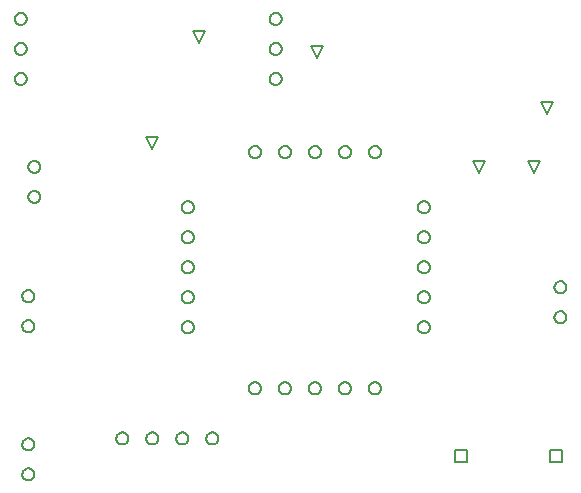
<source format=gbr>
%FSTAX25Y25*%
%MOMM*%
%SFA1B1*%

%IPPOS*%
%ADD53C,0.127000*%
%ADD54C,0.169330*%
%LNdevboard_drawing_1-1*%
%LPD*%
G54D53*
X3958912Y0299199D02*
Y0400799D01*
X4060512*
Y0299199*
X3958912*
X4769197D02*
Y0400799D01*
X4870797*
Y0299199*
X4769197*
X4744999Y3249198D02*
X4694199Y3350798D01*
X4795799*
X4744999Y3249198*
X4627501Y2749199D02*
X4576701Y2850799D01*
X4678301*
X4627501Y2749199*
X1399999Y2949199D02*
X1349199Y3050799D01*
X1450799*
X1399999Y2949199*
X4169707Y2749199D02*
X4118907Y2850799D01*
X4220507*
X4169707Y2749199*
X2794797Y3722448D02*
X2743997Y3824048D01*
X2845597*
X2794797Y3722448*
X1794995Y3849199D02*
X1744195Y3950799D01*
X1845795*
X1794995Y3849199*
G54D54*
X4905801Y1526001D02*
D01*
X4905679Y1529547*
X4905308Y1533072*
X4904691Y1536565*
X4903835Y1540004*
X4902738Y1543377*
X490141Y1546664*
X4899855Y1549852*
X4898082Y1552922*
X4896101Y1555861*
X4893917Y1558655*
X4891544Y1561292*
X4888994Y1563753*
X4886279Y1566034*
X4883409Y1568117*
X4880401Y1569996*
X4877272Y157166*
X4874033Y1573103*
X4870701Y1574317*
X4867292Y1575292*
X4863823Y1576031*
X4860312Y1576524*
X4856774Y1576771*
X4853228*
X4849693Y1576524*
X484618Y1576031*
X4842713Y1575292*
X4839304Y1574317*
X4835972Y1573103*
X4832733Y157166*
X4829601Y1569996*
X4826596Y1568117*
X4823726Y1566034*
X4821011Y1563753*
X4818461Y1561292*
X4816088Y1558655*
X4813904Y1555861*
X481192Y1552922*
X4810147Y1549852*
X4808593Y1546664*
X4807267Y1543377*
X480617Y1540004*
X4805311Y1536565*
X4804697Y1533072*
X4804326Y1529547*
X4804201Y1526001*
X4804326Y1522458*
X4804697Y1518932*
X4805311Y151544*
X480617Y1512001*
X4807267Y1508627*
X4808593Y1505341*
X4810147Y1502153*
X481192Y1499082*
X4813904Y1496143*
X4816088Y1493349*
X4818461Y1490713*
X4821011Y1488252*
X4823726Y1485971*
X4826596Y1483888*
X4829601Y1482008*
X4832733Y1480345*
X4835972Y1478902*
X4839304Y1477688*
X4842713Y1476712*
X484618Y1475973*
X4849693Y147548*
X4853228Y1475234*
X4856774*
X4860312Y147548*
X4863823Y1475973*
X4867292Y1476712*
X4870701Y1477688*
X4874033Y1478902*
X4877272Y1480345*
X4880401Y1482008*
X4883409Y1483888*
X4886279Y1485971*
X4888994Y1488252*
X4891544Y1490713*
X4893917Y1493349*
X4896101Y1496143*
X4898082Y1499082*
X4899855Y1502153*
X490141Y1505341*
X4902738Y1508627*
X4903835Y1512001*
X4904691Y151544*
X4905308Y1518932*
X4905679Y1522458*
X4905801Y1526001*
Y1780001D02*
D01*
X4905679Y1783547*
X4905308Y1787072*
X4904691Y1790565*
X4903835Y1794004*
X4902738Y1797377*
X490141Y1800664*
X4899855Y1803852*
X4898082Y1806922*
X4896101Y1809861*
X4893917Y1812655*
X4891544Y1815292*
X4888994Y1817753*
X4886279Y1820034*
X4883409Y1822117*
X4880401Y1823996*
X4877272Y182566*
X4874033Y1827103*
X4870701Y1828317*
X4867292Y1829292*
X4863823Y1830031*
X4860312Y1830524*
X4856774Y1830771*
X4853228*
X4849693Y1830524*
X484618Y1830031*
X4842713Y1829292*
X4839304Y1828317*
X4835972Y1827103*
X4832733Y182566*
X4829601Y1823996*
X4826596Y1822117*
X4823726Y1820034*
X4821011Y1817753*
X4818461Y1815292*
X4816088Y1812655*
X4813904Y1809861*
X481192Y1806922*
X4810147Y1803852*
X4808593Y1800664*
X4807267Y1797377*
X480617Y1794004*
X4805311Y1790565*
X4804697Y1787072*
X4804326Y1783547*
X4804201Y1780001*
X4804326Y1776458*
X4804697Y1772932*
X4805311Y176944*
X480617Y1766001*
X4807267Y1762627*
X4808593Y1759341*
X4810147Y1756153*
X481192Y1753082*
X4813904Y1750143*
X4816088Y1747349*
X4818461Y1744713*
X4821011Y1742252*
X4823726Y1739971*
X4826596Y1737888*
X4829601Y1736008*
X4832733Y1734345*
X4835972Y1732902*
X4839304Y1731688*
X4842713Y1730712*
X484618Y1729973*
X4849693Y172948*
X4853228Y1729234*
X4856774*
X4860312Y172948*
X4863823Y1729973*
X4867292Y1730712*
X4870701Y1731688*
X4874033Y1732902*
X4877272Y1734345*
X4880401Y1736008*
X4883409Y1737888*
X4886279Y1739971*
X4888994Y1742252*
X4891544Y1744713*
X4893917Y1747349*
X4896101Y1750143*
X4898082Y1753082*
X4899855Y1756153*
X490141Y1759341*
X4902738Y1762627*
X4903835Y1766001*
X4904691Y176944*
X4905308Y1772932*
X4905679Y1776458*
X4905801Y1780001*
X1958799Y0499999D02*
D01*
X1958675Y0503542*
X1958304Y0507067*
X1957689Y051056*
X1956831Y0514002*
X1955733Y0517372*
X1954408Y0520661*
X1952853Y0523847*
X195108Y0526917*
X1949096Y0529859*
X1946912Y0532653*
X194454Y0535287*
X194199Y0537751*
X1939274Y0540029*
X1936404Y0542114*
X1933399Y0543991*
X1930267Y0545658*
X1927029Y05471*
X1923696Y0548312*
X1920288Y054929*
X1916821Y0550026*
X1913308Y0550519*
X1909772Y0550768*
X1906226*
X1902688Y0550519*
X1899178Y0550026*
X1895708Y054929*
X18923Y0548312*
X1888967Y05471*
X1885729Y0545658*
X1882599Y0543991*
X1879592Y0542114*
X1876722Y0540029*
X1874006Y0537751*
X1871456Y0535287*
X1869084Y0532653*
X18669Y0529859*
X1864918Y0526917*
X1863145Y0523847*
X1861591Y0520661*
X1860262Y0517372*
X1859165Y0514002*
X1858309Y051056*
X1857692Y0507067*
X1857321Y0503542*
X1857199Y0499999*
X1857321Y0496455*
X1857692Y0492927*
X1858309Y0489437*
X1859165Y0485995*
X1860262Y0482622*
X1861591Y0479336*
X1863145Y0476148*
X1864918Y047308*
X18669Y0470138*
X1869084Y0467344*
X1871456Y046471*
X1874006Y0462246*
X1876722Y0459968*
X1879592Y0457883*
X1882599Y0456003*
X1885729Y0454339*
X1888967Y0452897*
X18923Y0451685*
X1895708Y0450707*
X1899178Y0449971*
X1902688Y0449475*
X1906226Y0449229*
X1909772*
X1913308Y0449475*
X1916821Y0449971*
X1920288Y0450707*
X1923696Y0451685*
X1927029Y0452897*
X1930267Y0454339*
X1933399Y0456003*
X1936404Y0457883*
X1939274Y0459968*
X194199Y0462246*
X194454Y046471*
X1946912Y0467344*
X1949096Y0470138*
X195108Y047308*
X1952853Y0476148*
X1954408Y0479336*
X1955733Y0482622*
X1956831Y0485995*
X1957689Y0489437*
X1958304Y0492927*
X1958675Y0496455*
X1958799Y0499999*
X1704799D02*
D01*
X1704675Y0503542*
X1704304Y0507067*
X1703689Y051056*
X1702831Y0514002*
X1701733Y0517372*
X1700408Y0520661*
X1698853Y0523847*
X169708Y0526917*
X1695096Y0529859*
X1692912Y0532653*
X169054Y0535287*
X168799Y0537751*
X1685274Y0540029*
X1682404Y0542114*
X1679399Y0543991*
X1676267Y0545658*
X1673029Y05471*
X1669696Y0548312*
X1666288Y054929*
X1662821Y0550026*
X1659308Y0550519*
X1655772Y0550768*
X1652226*
X1648688Y0550519*
X1645178Y0550026*
X1641708Y054929*
X16383Y0548312*
X1634967Y05471*
X1631729Y0545658*
X1628599Y0543991*
X1625592Y0542114*
X1622722Y0540029*
X1620006Y0537751*
X1617456Y0535287*
X1615084Y0532653*
X16129Y0529859*
X1610918Y0526917*
X1609145Y0523847*
X1607591Y0520661*
X1606262Y0517372*
X1605165Y0514002*
X1604309Y051056*
X1603692Y0507067*
X1603321Y0503542*
X1603199Y0499999*
X1603321Y0496455*
X1603692Y0492927*
X1604309Y0489437*
X1605165Y0485995*
X1606262Y0482622*
X1607591Y0479336*
X1609145Y0476148*
X1610918Y047308*
X16129Y0470138*
X1615084Y0467344*
X1617456Y046471*
X1620006Y0462246*
X1622722Y0459968*
X1625592Y0457883*
X1628599Y0456003*
X1631729Y0454339*
X1634967Y0452897*
X16383Y0451685*
X1641708Y0450707*
X1645178Y0449971*
X1648688Y0449475*
X1652226Y0449229*
X1655772*
X1659308Y0449475*
X1662821Y0449971*
X1666288Y0450707*
X1669696Y0451685*
X1673029Y0452897*
X1676267Y0454339*
X1679399Y0456003*
X1682404Y0457883*
X1685274Y0459968*
X168799Y0462246*
X169054Y046471*
X1692912Y0467344*
X1695096Y0470138*
X169708Y047308*
X1698853Y0476148*
X1700408Y0479336*
X1701733Y0482622*
X1702831Y0485995*
X1703689Y0489437*
X1704304Y0492927*
X1704675Y0496455*
X1704799Y0499999*
X1450799D02*
D01*
X1450675Y0503542*
X1450304Y0507067*
X1449689Y051056*
X1448831Y0514002*
X1447733Y0517372*
X1446408Y0520661*
X1444853Y0523847*
X144308Y0526917*
X1441096Y0529859*
X1438912Y0532653*
X143654Y0535287*
X143399Y0537751*
X1431274Y0540029*
X1428404Y0542114*
X1425399Y0543991*
X1422267Y0545658*
X1419029Y05471*
X1415696Y0548312*
X1412288Y054929*
X1408821Y0550026*
X1405308Y0550519*
X1401772Y0550768*
X1398226*
X1394688Y0550519*
X1391178Y0550026*
X1387708Y054929*
X13843Y0548312*
X1380967Y05471*
X1377729Y0545658*
X1374599Y0543991*
X1371592Y0542114*
X1368722Y0540029*
X1366006Y0537751*
X1363456Y0535287*
X1361084Y0532653*
X13589Y0529859*
X1356918Y0526917*
X1355145Y0523847*
X1353591Y0520661*
X1352262Y0517372*
X1351165Y0514002*
X1350309Y051056*
X1349692Y0507067*
X1349321Y0503542*
X1349199Y0499999*
X1349321Y0496455*
X1349692Y0492927*
X1350309Y0489437*
X1351165Y0485995*
X1352262Y0482622*
X1353591Y0479336*
X1355145Y0476148*
X1356918Y047308*
X13589Y0470138*
X1361084Y0467344*
X1363456Y046471*
X1366006Y0462246*
X1368722Y0459968*
X1371592Y0457883*
X1374599Y0456003*
X1377729Y0454339*
X1380967Y0452897*
X13843Y0451685*
X1387708Y0450707*
X1391178Y0449971*
X1394688Y0449475*
X1398226Y0449229*
X1401772*
X1405308Y0449475*
X1408821Y0449971*
X1412288Y0450707*
X1415696Y0451685*
X1419029Y0452897*
X1422267Y0454339*
X1425399Y0456003*
X1428404Y0457883*
X1431274Y0459968*
X143399Y0462246*
X143654Y046471*
X1438912Y0467344*
X1441096Y0470138*
X144308Y047308*
X1444853Y0476148*
X1446408Y0479336*
X1447733Y0482622*
X1448831Y0485995*
X1449689Y0489437*
X1450304Y0492927*
X1450675Y0496455*
X1450799Y0499999*
X1196799D02*
D01*
X1196675Y0503542*
X1196304Y0507067*
X1195689Y051056*
X1194831Y0514002*
X1193733Y0517372*
X1192408Y0520661*
X1190853Y0523847*
X118908Y0526917*
X1187096Y0529859*
X1184912Y0532653*
X118254Y0535287*
X117999Y0537751*
X1177274Y0540029*
X1174404Y0542114*
X1171399Y0543991*
X1168267Y0545658*
X1165029Y05471*
X1161696Y0548312*
X1158288Y054929*
X1154821Y0550026*
X1151308Y0550519*
X1147772Y0550768*
X1144226*
X1140688Y0550519*
X1137178Y0550026*
X1133708Y054929*
X11303Y0548312*
X1126967Y05471*
X1123729Y0545658*
X1120599Y0543991*
X1117592Y0542114*
X1114722Y0540029*
X1112006Y0537751*
X1109456Y0535287*
X1107084Y0532653*
X11049Y0529859*
X1102918Y0526917*
X1101145Y0523847*
X1099591Y0520661*
X1098262Y0517372*
X1097165Y0514002*
X1096309Y051056*
X1095692Y0507067*
X1095321Y0503542*
X1095199Y0499999*
X1095321Y0496455*
X1095692Y0492927*
X1096309Y0489437*
X1097165Y0485995*
X1098262Y0482622*
X1099591Y0479336*
X1101145Y0476148*
X1102918Y047308*
X11049Y0470138*
X1107084Y0467344*
X1109456Y046471*
X1112006Y0462246*
X1114722Y0459968*
X1117592Y0457883*
X1120599Y0456003*
X1123729Y0454339*
X1126967Y0452897*
X11303Y0451685*
X1133708Y0450707*
X1137178Y0449971*
X1140688Y0449475*
X1144226Y0449229*
X1147772*
X1151308Y0449475*
X1154821Y0449971*
X1158288Y0450707*
X1161696Y0451685*
X1165029Y0452897*
X1168267Y0454339*
X1171399Y0456003*
X1174404Y0457883*
X1177274Y0459968*
X117999Y0462246*
X118254Y046471*
X1184912Y0467344*
X1187096Y0470138*
X118908Y047308*
X1190853Y0476148*
X1192408Y0479336*
X1193733Y0482622*
X1194831Y0485995*
X1195689Y0489437*
X1196304Y0492927*
X1196675Y0496455*
X1196799Y0499999*
X0450799Y2799999D02*
D01*
X0450674Y2803542*
X0450303Y2807068*
X0449689Y281056*
X044883Y2813999*
X0447735Y2817373*
X0446407Y2820659*
X0444853Y2823847*
X044308Y2826918*
X0441096Y2829857*
X0438914Y2832651*
X0436542Y2835287*
X0433989Y2837751*
X0431274Y2840029*
X0428406Y2842112*
X0425399Y2843992*
X0422267Y2845658*
X0419028Y2847098*
X0415696Y2848312*
X0412287Y284929*
X040882Y2850027*
X0405307Y285052*
X0401772Y2850769*
X0398226*
X0394688Y285052*
X0391177Y2850027*
X0387708Y284929*
X0384299Y2848312*
X0380969Y2847098*
X0377728Y2845658*
X0374599Y2843992*
X0371591Y2842112*
X0368724Y2840029*
X0366006Y2837751*
X0363456Y2835287*
X0361083Y2832651*
X0358899Y2829857*
X0356918Y2826918*
X0355145Y2823847*
X035359Y2820659*
X0352262Y2817373*
X0351167Y2813999*
X0350309Y281056*
X0349691Y2807068*
X0349323Y2803542*
X0349199Y2799999*
X0349323Y2796456*
X0349691Y2792928*
X0350309Y2789435*
X0351167Y2785996*
X0352262Y2782623*
X035359Y2779336*
X0355145Y2776148*
X0356918Y2773078*
X0358899Y2770139*
X0361083Y2767345*
X0363456Y2764711*
X0366006Y2762247*
X0368724Y2759966*
X0371591Y2757883*
X0374599Y2756004*
X0377728Y275434*
X0380969Y2752897*
X0384299Y2751686*
X0387708Y2750708*
X0391177Y2749971*
X0394688Y2749476*
X0398226Y2749229*
X0401772*
X0405307Y2749476*
X040882Y2749971*
X0412287Y2750708*
X0415696Y2751686*
X0419028Y2752897*
X0422267Y275434*
X0425399Y2756004*
X0428406Y2757883*
X0431274Y2759966*
X0433989Y2762247*
X0436542Y2764711*
X0438914Y2767345*
X0441096Y2770139*
X044308Y2773078*
X0444853Y2776148*
X0446407Y2779336*
X0447735Y2782623*
X044883Y2785996*
X0449689Y2789435*
X0450303Y2792928*
X0450674Y2796456*
X0450799Y2799999*
Y2545999D02*
D01*
X0450674Y2549542*
X0450303Y2553068*
X0449689Y255656*
X044883Y2559999*
X0447735Y2563373*
X0446407Y2566659*
X0444853Y2569847*
X044308Y2572918*
X0441096Y2575857*
X0438914Y2578651*
X0436542Y2581287*
X0433989Y2583751*
X0431274Y2586029*
X0428406Y2588112*
X0425399Y2589992*
X0422267Y2591658*
X0419028Y2593098*
X0415696Y2594312*
X0412287Y259529*
X040882Y2596027*
X0405307Y259652*
X0401772Y2596769*
X0398226*
X0394688Y259652*
X0391177Y2596027*
X0387708Y259529*
X0384299Y2594312*
X0380969Y2593098*
X0377728Y2591658*
X0374599Y2589992*
X0371591Y2588112*
X0368724Y2586029*
X0366006Y2583751*
X0363456Y2581287*
X0361083Y2578651*
X0358899Y2575857*
X0356918Y2572918*
X0355145Y2569847*
X035359Y2566659*
X0352262Y2563373*
X0351167Y2559999*
X0350309Y255656*
X0349691Y2553068*
X0349323Y2549542*
X0349199Y2545999*
X0349323Y2542456*
X0349691Y2538928*
X0350309Y2535435*
X0351167Y2531996*
X0352262Y2528623*
X035359Y2525336*
X0355145Y2522148*
X0356918Y2519078*
X0358899Y2516139*
X0361083Y2513345*
X0363456Y2510711*
X0366006Y2508247*
X0368724Y2505966*
X0371591Y2503883*
X0374599Y2502004*
X0377728Y250034*
X0380969Y2498897*
X0384299Y2497686*
X0387708Y2496708*
X0391177Y2495971*
X0394688Y2495476*
X0398226Y2495229*
X0401772*
X0405307Y2495476*
X040882Y2495971*
X0412287Y2496708*
X0415696Y2497686*
X0419028Y2498897*
X0422267Y250034*
X0425399Y2502004*
X0428406Y2503883*
X0431274Y2505966*
X0433989Y2508247*
X0436542Y2510711*
X0438914Y2513345*
X0441096Y2516139*
X044308Y2519078*
X0444853Y2522148*
X0446407Y2525336*
X0447735Y2528623*
X044883Y2531996*
X0449689Y2535435*
X0450303Y2538928*
X0450674Y2542456*
X0450799Y2545999*
X2495303Y3544999D02*
D01*
X2495179Y3548542*
X2494808Y355207*
X2494193Y355556*
X2493335Y3559002*
X249224Y3562375*
X2490911Y3565662*
X2489357Y3568849*
X2487584Y357192*
X24856Y3574859*
X2483418Y3577653*
X2481046Y3580287*
X2478496Y3582751*
X2475778Y3585029*
X247291Y3587115*
X2469903Y3588994*
X2466771Y3590658*
X2463533Y3592101*
X24602Y3593312*
X2456792Y359429*
X2453325Y3595027*
X2449814Y3595522*
X2446276Y3595768*
X244273*
X2439192Y3595522*
X2435682Y3595027*
X2432215Y359429*
X2428806Y3593312*
X2425473Y3592101*
X2422235Y3590658*
X2419103Y3588994*
X2416096Y3587115*
X2413228Y3585029*
X241051Y3582751*
X240796Y3580287*
X2405588Y3577653*
X2403406Y3574859*
X2401422Y357192*
X2399649Y3568849*
X2398095Y3565662*
X2396766Y3562375*
X2395672Y3559002*
X2394813Y355556*
X2394198Y355207*
X2393828Y3548542*
X2393703Y3544999*
X2393828Y3541455*
X2394198Y353793*
X2394813Y3534437*
X2395672Y3530996*
X2396766Y3527625*
X2398095Y3524336*
X2399649Y3521151*
X2401422Y351808*
X2403406Y3515139*
X2405588Y3512345*
X240796Y3509711*
X241051Y3507247*
X2413228Y3504968*
X2416096Y3502883*
X2419103Y3501006*
X2422235Y349934*
X2425473Y34979*
X2428806Y3496685*
X2432215Y3495708*
X2435682Y3494971*
X2439192Y3494478*
X244273Y3494229*
X2446276*
X2449814Y3494478*
X2453325Y3494971*
X2456792Y3495708*
X24602Y3496685*
X2463533Y34979*
X2466771Y349934*
X2469903Y3501006*
X247291Y3502883*
X2475778Y3504968*
X2478496Y3507247*
X2481046Y3509711*
X2483418Y3512345*
X24856Y3515139*
X2487584Y351808*
X2489357Y3521151*
X2490911Y3524336*
X249224Y3527625*
X2493335Y3530996*
X2494193Y3534437*
X2494808Y353793*
X2495179Y3541455*
X2495303Y3544999*
Y3798999D02*
D01*
X2495179Y3802542*
X2494808Y380607*
X2494193Y380956*
X2493335Y3813002*
X249224Y3816375*
X2490911Y3819662*
X2489357Y3822849*
X2487584Y382592*
X24856Y3828859*
X2483418Y3831653*
X2481046Y3834287*
X2478496Y3836751*
X2475778Y3839029*
X247291Y3841115*
X2469903Y3842994*
X2466771Y3844658*
X2463533Y3846101*
X24602Y3847312*
X2456792Y384829*
X2453325Y3849027*
X2449814Y3849522*
X2446276Y3849768*
X244273*
X2439192Y3849522*
X2435682Y3849027*
X2432215Y384829*
X2428806Y3847312*
X2425473Y3846101*
X2422235Y3844658*
X2419103Y3842994*
X2416096Y3841115*
X2413228Y3839029*
X241051Y3836751*
X240796Y3834287*
X2405588Y3831653*
X2403406Y3828859*
X2401422Y382592*
X2399649Y3822849*
X2398095Y3819662*
X2396766Y3816375*
X2395672Y3813002*
X2394813Y380956*
X2394198Y380607*
X2393828Y3802542*
X2393703Y3798999*
X2393828Y3795455*
X2394198Y379193*
X2394813Y3788437*
X2395672Y3784996*
X2396766Y3781625*
X2398095Y3778336*
X2399649Y3775151*
X2401422Y377208*
X2403406Y3769139*
X2405588Y3766345*
X240796Y3763711*
X241051Y3761247*
X2413228Y3758968*
X2416096Y3756883*
X2419103Y3755006*
X2422235Y375334*
X2425473Y37519*
X2428806Y3750685*
X2432215Y3749708*
X2435682Y3748971*
X2439192Y3748478*
X244273Y3748229*
X2446276*
X2449814Y3748478*
X2453325Y3748971*
X2456792Y3749708*
X24602Y3750685*
X2463533Y37519*
X2466771Y375334*
X2469903Y3755006*
X247291Y3756883*
X2475778Y3758968*
X2478496Y3761247*
X2481046Y3763711*
X2483418Y3766345*
X24856Y3769139*
X2487584Y377208*
X2489357Y3775151*
X2490911Y3778336*
X249224Y3781625*
X2493335Y3784996*
X2494193Y3788437*
X2494808Y379193*
X2495179Y3795455*
X2495303Y3798999*
Y4052999D02*
D01*
X2495179Y4056542*
X2494808Y406007*
X2494193Y406356*
X2493335Y4067002*
X249224Y4070375*
X2490911Y4073662*
X2489357Y4076849*
X2487584Y407992*
X24856Y4082859*
X2483418Y4085653*
X2481046Y4088287*
X2478496Y4090751*
X2475778Y4093029*
X247291Y4095115*
X2469903Y4096994*
X2466771Y4098658*
X2463533Y4100101*
X24602Y4101312*
X2456792Y410229*
X2453325Y4103027*
X2449814Y4103522*
X2446276Y4103768*
X244273*
X2439192Y4103522*
X2435682Y4103027*
X2432215Y410229*
X2428806Y4101312*
X2425473Y4100101*
X2422235Y4098658*
X2419103Y4096994*
X2416096Y4095115*
X2413228Y4093029*
X241051Y4090751*
X240796Y4088287*
X2405588Y4085653*
X2403406Y4082859*
X2401422Y407992*
X2399649Y4076849*
X2398095Y4073662*
X2396766Y4070375*
X2395672Y4067002*
X2394813Y406356*
X2394198Y406007*
X2393828Y4056542*
X2393703Y4052999*
X2393828Y4049455*
X2394198Y404593*
X2394813Y4042437*
X2395672Y4038996*
X2396766Y4035625*
X2398095Y4032336*
X2399649Y4029151*
X2401422Y402608*
X2403406Y4023139*
X2405588Y4020345*
X240796Y4017711*
X241051Y4015247*
X2413228Y4012968*
X2416096Y4010883*
X2419103Y4009006*
X2422235Y400734*
X2425473Y40059*
X2428806Y4004685*
X2432215Y4003708*
X2435682Y4002971*
X2439192Y4002478*
X244273Y4002229*
X2446276*
X2449814Y4002478*
X2453325Y4002971*
X2456792Y4003708*
X24602Y4004685*
X2463533Y40059*
X2466771Y400734*
X2469903Y4009006*
X247291Y4010883*
X2475778Y4012968*
X2478496Y4015247*
X2481046Y4017711*
X2483418Y4020345*
X24856Y4023139*
X2487584Y402608*
X2489357Y4029151*
X2490911Y4032336*
X249224Y4035625*
X2493335Y4038996*
X2494193Y4042437*
X2494808Y404593*
X2495179Y4049455*
X2495303Y4052999*
X0400799Y1449999D02*
D01*
X0400674Y1453542*
X0400304Y1457068*
X0399689Y146056*
X039883Y1464*
X0397736Y1467373*
X0396407Y147066*
X0394853Y1473847*
X039308Y1476918*
X0391096Y1479857*
X0388914Y1482651*
X0386542Y1485287*
X0383989Y1487751*
X0381274Y149003*
X0378406Y1492112*
X0375399Y1493992*
X0372267Y1495658*
X0369028Y1497098*
X0365696Y1498312*
X0362287Y149929*
X035882Y1500027*
X0355307Y150052*
X0351772Y1500766*
X0348226*
X0344688Y150052*
X0341177Y1500027*
X0337708Y149929*
X0334299Y1498312*
X0330969Y1497098*
X0327728Y1495658*
X0324599Y1493992*
X0321591Y1492112*
X0318724Y149003*
X0316006Y1487751*
X0313456Y1485287*
X0311083Y1482651*
X0308899Y1479857*
X0306918Y1476918*
X0305145Y1473847*
X030359Y147066*
X0302262Y1467373*
X0301167Y1464*
X0300309Y146056*
X0299692Y1457068*
X0299321Y1453542*
X0299199Y1449999*
X0299321Y1446456*
X0299692Y1442928*
X0300309Y1439435*
X0301167Y1435996*
X0302262Y1432623*
X030359Y1429336*
X0305145Y1426149*
X0306918Y1423078*
X0308899Y1420139*
X0311083Y1417345*
X0313456Y1414708*
X0316006Y1412247*
X0318724Y1409966*
X0321591Y1407883*
X0324599Y1406004*
X0327728Y140434*
X0330969Y1402897*
X0334299Y1401686*
X0337708Y1400708*
X0341177Y1399969*
X0344688Y1399476*
X0348226Y139923*
X0351772*
X0355307Y1399476*
X035882Y1399969*
X0362287Y1400708*
X0365696Y1401686*
X0369028Y1402897*
X0372267Y140434*
X0375399Y1406004*
X0378406Y1407883*
X0381274Y1409966*
X0383989Y1412247*
X0386542Y1414708*
X0388914Y1417345*
X0391096Y1420139*
X039308Y1423078*
X0394853Y1426149*
X0396407Y1429336*
X0397736Y1432623*
X039883Y1435996*
X0399689Y1439435*
X0400304Y1442928*
X0400674Y1446456*
X0400799Y1449999*
Y1703999D02*
D01*
X0400674Y1707542*
X0400304Y1711068*
X0399689Y171456*
X039883Y1718*
X0397736Y1721373*
X0396407Y172466*
X0394853Y1727847*
X039308Y1730918*
X0391096Y1733857*
X0388914Y1736651*
X0386542Y1739287*
X0383989Y1741751*
X0381274Y174403*
X0378406Y1746112*
X0375399Y1747992*
X0372267Y1749658*
X0369028Y1751098*
X0365696Y1752312*
X0362287Y175329*
X035882Y1754027*
X0355307Y175452*
X0351772Y1754766*
X0348226*
X0344688Y175452*
X0341177Y1754027*
X0337708Y175329*
X0334299Y1752312*
X0330969Y1751098*
X0327728Y1749658*
X0324599Y1747992*
X0321591Y1746112*
X0318724Y174403*
X0316006Y1741751*
X0313456Y1739287*
X0311083Y1736651*
X0308899Y1733857*
X0306918Y1730918*
X0305145Y1727847*
X030359Y172466*
X0302262Y1721373*
X0301167Y1718*
X0300309Y171456*
X0299692Y1711068*
X0299321Y1707542*
X0299199Y1703999*
X0299321Y1700456*
X0299692Y1696928*
X0300309Y1693435*
X0301167Y1689996*
X0302262Y1686623*
X030359Y1683336*
X0305145Y1680149*
X0306918Y1677078*
X0308899Y1674139*
X0311083Y1671345*
X0313456Y1668708*
X0316006Y1666247*
X0318724Y1663966*
X0321591Y1661883*
X0324599Y1660004*
X0327728Y165834*
X0330969Y1656897*
X0334299Y1655686*
X0337708Y1654708*
X0341177Y1653969*
X0344688Y1653476*
X0348226Y165323*
X0351772*
X0355307Y1653476*
X035882Y1653969*
X0362287Y1654708*
X0365696Y1655686*
X0369028Y1656897*
X0372267Y165834*
X0375399Y1660004*
X0378406Y1661883*
X0381274Y1663966*
X0383989Y1666247*
X0386542Y1668708*
X0388914Y1671345*
X0391096Y1674139*
X039308Y1677078*
X0394853Y1680149*
X0396407Y1683336*
X0397736Y1686623*
X039883Y1689996*
X0399689Y1693435*
X0400304Y1696928*
X0400674Y1700456*
X0400799Y1703999*
Y0195999D02*
D01*
X0400674Y0199542*
X0400304Y0203067*
X0399689Y020656*
X039883Y0210002*
X0397736Y0213372*
X0396407Y0216662*
X0394853Y0219847*
X039308Y0222918*
X0391096Y0225859*
X0388914Y0228653*
X0386542Y0231287*
X0383989Y0233751*
X0381274Y0236029*
X0378406Y0238114*
X0375399Y0239991*
X0372267Y0241658*
X0369028Y02431*
X0365696Y0244312*
X0362287Y024529*
X035882Y0246026*
X0355307Y0246519*
X0351772Y0246768*
X0348226*
X0344688Y0246519*
X0341177Y0246026*
X0337708Y024529*
X0334299Y0244312*
X0330969Y02431*
X0327728Y0241658*
X0324599Y0239991*
X0321591Y0238114*
X0318724Y0236029*
X0316006Y0233751*
X0313456Y0231287*
X0311083Y0228653*
X0308899Y0225859*
X0306918Y0222918*
X0305145Y0219847*
X030359Y0216662*
X0302262Y0213372*
X0301167Y0210002*
X0300309Y020656*
X0299692Y0203067*
X0299321Y0199542*
X0299199Y0195999*
X0299321Y0192455*
X0299692Y0188927*
X0300309Y0185437*
X0301167Y0181996*
X0302262Y0178622*
X030359Y0175336*
X0305145Y0172148*
X0306918Y0169077*
X0308899Y0166138*
X0311083Y0163344*
X0313456Y016071*
X0316006Y0158247*
X0318724Y0155968*
X0321591Y0153883*
X0324599Y0152003*
X0327728Y015034*
X0330969Y0148897*
X0334299Y0147685*
X0337708Y0146707*
X0341177Y0145971*
X0344688Y0145475*
X0348226Y0145229*
X0351772*
X0355307Y0145475*
X035882Y0145971*
X0362287Y0146707*
X0365696Y0147685*
X0369028Y0148897*
X0372267Y015034*
X0375399Y0152003*
X0378406Y0153883*
X0381274Y0155968*
X0383989Y0158247*
X0386542Y016071*
X0388914Y0163344*
X0391096Y0166138*
X039308Y0169077*
X0394853Y0172148*
X0396407Y0175336*
X0397736Y0178622*
X039883Y0181996*
X0399689Y0185437*
X0400304Y0188927*
X0400674Y0192455*
X0400799Y0195999*
Y0449999D02*
D01*
X0400674Y0453542*
X0400304Y0457067*
X0399689Y046056*
X039883Y0464002*
X0397736Y0467372*
X0396407Y0470662*
X0394853Y0473847*
X039308Y0476918*
X0391096Y0479859*
X0388914Y0482653*
X0386542Y0485287*
X0383989Y0487751*
X0381274Y0490029*
X0378406Y0492114*
X0375399Y0493991*
X0372267Y0495658*
X0369028Y04971*
X0365696Y0498312*
X0362287Y049929*
X035882Y0500026*
X0355307Y0500519*
X0351772Y0500768*
X0348226*
X0344688Y0500519*
X0341177Y0500026*
X0337708Y049929*
X0334299Y0498312*
X0330969Y04971*
X0327728Y0495658*
X0324599Y0493991*
X0321591Y0492114*
X0318724Y0490029*
X0316006Y0487751*
X0313456Y0485287*
X0311083Y0482653*
X0308899Y0479859*
X0306918Y0476918*
X0305145Y0473847*
X030359Y0470662*
X0302262Y0467372*
X0301167Y0464002*
X0300309Y046056*
X0299692Y0457067*
X0299321Y0453542*
X0299199Y0449999*
X0299321Y0446455*
X0299692Y0442927*
X0300309Y0439437*
X0301167Y0435996*
X0302262Y0432622*
X030359Y0429336*
X0305145Y0426148*
X0306918Y0423077*
X0308899Y0420138*
X0311083Y0417344*
X0313456Y041471*
X0316006Y0412247*
X0318724Y0409968*
X0321591Y0407883*
X0324599Y0406003*
X0327728Y040434*
X0330969Y0402897*
X0334299Y0401685*
X0337708Y0400707*
X0341177Y0399971*
X0344688Y0399475*
X0348226Y0399229*
X0351772*
X0355307Y0399475*
X035882Y0399971*
X0362287Y0400707*
X0365696Y0401685*
X0369028Y0402897*
X0372267Y040434*
X0375399Y0406003*
X0378406Y0407883*
X0381274Y0409968*
X0383989Y0412247*
X0386542Y041471*
X0388914Y0417344*
X0391096Y0420138*
X039308Y0423077*
X0394853Y0426148*
X0396407Y0429336*
X0397736Y0432622*
X039883Y0435996*
X0399689Y0439437*
X0400304Y0442927*
X0400674Y0446455*
X0400799Y0449999*
X0337799Y3544999D02*
D01*
X0337675Y3548542*
X0337304Y355207*
X0336689Y355556*
X0335831Y3559002*
X0334733Y3562375*
X0333408Y3565662*
X0331853Y3568849*
X033008Y357192*
X0328096Y3574859*
X0325915Y3577653*
X032354Y3580287*
X0320989Y3582751*
X0318274Y3585029*
X0315404Y3587115*
X0312399Y3588994*
X0309267Y3590658*
X0306029Y3592101*
X0302696Y3593312*
X0299288Y359429*
X0295821Y3595027*
X0292308Y3595522*
X0288772Y3595768*
X0285226*
X0281688Y3595522*
X0278178Y3595027*
X0274708Y359429*
X0271299Y3593312*
X0267967Y3592101*
X0264728Y3590658*
X0261599Y3588994*
X0258592Y3587115*
X0255722Y3585029*
X0253006Y3582751*
X0250456Y3580287*
X0248084Y3577653*
X0245899Y3574859*
X0243918Y357192*
X0242145Y3568849*
X0240591Y3565662*
X0239262Y3562375*
X0238165Y3559002*
X0237309Y355556*
X0236692Y355207*
X0236321Y3548542*
X0236199Y3544999*
X0236321Y3541455*
X0236692Y353793*
X0237309Y3534437*
X0238165Y3530996*
X0239262Y3527625*
X0240591Y3524336*
X0242145Y3521151*
X0243918Y351808*
X0245899Y3515139*
X0248084Y3512345*
X0250456Y3509711*
X0253006Y3507247*
X0255722Y3504968*
X0258592Y3502883*
X0261599Y3501006*
X0264728Y349934*
X0267967Y34979*
X0271299Y3496685*
X0274708Y3495708*
X0278178Y3494971*
X0281688Y3494478*
X0285226Y3494229*
X0288772*
X0292308Y3494478*
X0295821Y3494971*
X0299288Y3495708*
X0302696Y3496685*
X0306029Y34979*
X0309267Y349934*
X0312399Y3501006*
X0315404Y3502883*
X0318274Y3504968*
X0320989Y3507247*
X032354Y3509711*
X0325915Y3512345*
X0328096Y3515139*
X033008Y351808*
X0331853Y3521151*
X0333408Y3524336*
X0334733Y3527625*
X0335831Y3530996*
X0336689Y3534437*
X0337304Y353793*
X0337675Y3541455*
X0337799Y3544999*
Y3798999D02*
D01*
X0337675Y3802542*
X0337304Y380607*
X0336689Y380956*
X0335831Y3813002*
X0334733Y3816375*
X0333408Y3819662*
X0331853Y3822849*
X033008Y382592*
X0328096Y3828859*
X0325915Y3831653*
X032354Y3834287*
X0320989Y3836751*
X0318274Y3839029*
X0315404Y3841115*
X0312399Y3842994*
X0309267Y3844658*
X0306029Y3846101*
X0302696Y3847312*
X0299288Y384829*
X0295821Y3849027*
X0292308Y3849522*
X0288772Y3849768*
X0285226*
X0281688Y3849522*
X0278178Y3849027*
X0274708Y384829*
X0271299Y3847312*
X0267967Y3846101*
X0264728Y3844658*
X0261599Y3842994*
X0258592Y3841115*
X0255722Y3839029*
X0253006Y3836751*
X0250456Y3834287*
X0248084Y3831653*
X0245899Y3828859*
X0243918Y382592*
X0242145Y3822849*
X0240591Y3819662*
X0239262Y3816375*
X0238165Y3813002*
X0237309Y380956*
X0236692Y380607*
X0236321Y3802542*
X0236199Y3798999*
X0236321Y3795455*
X0236692Y379193*
X0237309Y3788437*
X0238165Y3784996*
X0239262Y3781625*
X0240591Y3778336*
X0242145Y3775151*
X0243918Y377208*
X0245899Y3769139*
X0248084Y3766345*
X0250456Y3763711*
X0253006Y3761247*
X0255722Y3758968*
X0258592Y3756883*
X0261599Y3755006*
X0264728Y375334*
X0267967Y37519*
X0271299Y3750685*
X0274708Y3749708*
X0278178Y3748971*
X0281688Y3748478*
X0285226Y3748229*
X0288772*
X0292308Y3748478*
X0295821Y3748971*
X0299288Y3749708*
X0302696Y3750685*
X0306029Y37519*
X0309267Y375334*
X0312399Y3755006*
X0315404Y3756883*
X0318274Y3758968*
X0320989Y3761247*
X032354Y3763711*
X0325915Y3766345*
X0328096Y3769139*
X033008Y377208*
X0331853Y3775151*
X0333408Y3778336*
X0334733Y3781625*
X0335831Y3784996*
X0336689Y3788437*
X0337304Y379193*
X0337675Y3795455*
X0337799Y3798999*
Y4052999D02*
D01*
X0337675Y4056542*
X0337304Y406007*
X0336689Y406356*
X0335831Y4067002*
X0334733Y4070375*
X0333408Y4073662*
X0331853Y4076849*
X033008Y407992*
X0328096Y4082859*
X0325915Y4085653*
X032354Y4088287*
X0320989Y4090751*
X0318274Y4093029*
X0315404Y4095115*
X0312399Y4096994*
X0309267Y4098658*
X0306029Y4100101*
X0302696Y4101312*
X0299288Y410229*
X0295821Y4103027*
X0292308Y4103522*
X0288772Y4103768*
X0285226*
X0281688Y4103522*
X0278178Y4103027*
X0274708Y410229*
X0271299Y4101312*
X0267967Y4100101*
X0264728Y4098658*
X0261599Y4096994*
X0258592Y4095115*
X0255722Y4093029*
X0253006Y4090751*
X0250456Y4088287*
X0248084Y4085653*
X0245899Y4082859*
X0243918Y407992*
X0242145Y4076849*
X0240591Y4073662*
X0239262Y4070375*
X0238165Y4067002*
X0237309Y406356*
X0236692Y406007*
X0236321Y4056542*
X0236199Y4052999*
X0236321Y4049455*
X0236692Y404593*
X0237309Y4042437*
X0238165Y4038996*
X0239262Y4035625*
X0240591Y4032336*
X0242145Y4029151*
X0243918Y402608*
X0245899Y4023139*
X0248084Y4020345*
X0250456Y4017711*
X0253006Y4015247*
X0255722Y4012968*
X0258592Y4010883*
X0261599Y4009006*
X0264728Y400734*
X0267967Y40059*
X0271299Y4004685*
X0274708Y4003708*
X0278178Y4002971*
X0281688Y4002478*
X0285226Y4002229*
X0288772*
X0292308Y4002478*
X0295821Y4002971*
X0299288Y4003708*
X0302696Y4004685*
X0306029Y40059*
X0309267Y400734*
X0312399Y4009006*
X0315404Y4010883*
X0318274Y4012968*
X0320989Y4015247*
X032354Y4017711*
X0325915Y4020345*
X0328096Y4023139*
X033008Y402608*
X0331853Y4029151*
X0333408Y4032336*
X0334733Y4035625*
X0335831Y4038996*
X0336689Y4042437*
X0337304Y404593*
X0337675Y4049455*
X0337799Y4052999*
X3335497Y2925297D02*
D01*
X3335375Y2928843*
X3335004Y2932369*
X3334387Y2935861*
X3333531Y29393*
X3332434Y2942673*
X3331105Y294596*
X3329551Y2949148*
X3327778Y2952219*
X3325797Y2955157*
X3323612Y2957951*
X332124Y2960588*
X331869Y2963049*
X3315975Y296533*
X3313104Y2967413*
X3310097Y2969293*
X3306968Y2970956*
X3303729Y2972399*
X3300397Y2973613*
X3296988Y2974588*
X3293518Y2975328*
X3290008Y297582*
X328647Y2976067*
X3282924*
X3279388Y297582*
X3275878Y2975328*
X3272409Y2974588*
X3269Y2973613*
X3265667Y2972399*
X3262429Y2970956*
X3259297Y2969293*
X3256292Y2967413*
X3253422Y296533*
X3250707Y2963049*
X3248157Y2960588*
X3245784Y2957951*
X32436Y2955157*
X3241619Y2952219*
X3239846Y2949148*
X3238291Y294596*
X3236963Y2942673*
X3235866Y29393*
X323501Y2935861*
X3234392Y2932369*
X3234021Y2928843*
X3233897Y2925297*
X3234021Y2921754*
X3234392Y2918228*
X323501Y2914736*
X3235866Y2911297*
X3236963Y2907924*
X3238291Y2904637*
X3239846Y2901449*
X3241619Y2898378*
X32436Y2895439*
X3245784Y2892645*
X3248157Y2890009*
X3250707Y2887548*
X3253422Y2885267*
X3256292Y2883184*
X3259297Y2881304*
X3262429Y2879641*
X3265667Y2878198*
X3269Y2876984*
X3272409Y2876006*
X3275878Y2875269*
X3279388Y2874777*
X3282924Y287453*
X328647*
X3290008Y2874777*
X3293518Y2875269*
X3296988Y2876006*
X3300397Y2876984*
X3303729Y2878198*
X3306968Y2879641*
X3310097Y2881304*
X3313104Y2883184*
X3315975Y2885267*
X331869Y2887548*
X332124Y2890009*
X3323612Y2892645*
X3325797Y2895439*
X3327778Y2898378*
X3329551Y2901449*
X3331105Y2904637*
X3332434Y2907924*
X3333531Y2911297*
X3334387Y2914736*
X3335004Y2918228*
X3335375Y2921754*
X3335497Y2925297*
X3081497D02*
D01*
X3081375Y2928843*
X3081004Y2932369*
X3080387Y2935861*
X3079531Y29393*
X3078434Y2942673*
X3077105Y294596*
X3075551Y2949148*
X3073778Y2952219*
X3071797Y2955157*
X3069612Y2957951*
X306724Y2960588*
X306469Y2963049*
X3061975Y296533*
X3059104Y2967413*
X3056097Y2969293*
X3052968Y2970956*
X3049729Y2972399*
X3046397Y2973613*
X3042988Y2974588*
X3039518Y2975328*
X3036008Y297582*
X303247Y2976067*
X3028924*
X3025388Y297582*
X3021878Y2975328*
X3018409Y2974588*
X3015Y2973613*
X3011667Y2972399*
X3008429Y2970956*
X3005297Y2969293*
X3002292Y2967413*
X2999422Y296533*
X2996707Y2963049*
X2994157Y2960588*
X2991784Y2957951*
X29896Y2955157*
X2987619Y2952219*
X2985846Y2949148*
X2984291Y294596*
X2982963Y2942673*
X2981866Y29393*
X298101Y2935861*
X2980392Y2932369*
X2980021Y2928843*
X2979897Y2925297*
X2980021Y2921754*
X2980392Y2918228*
X298101Y2914736*
X2981866Y2911297*
X2982963Y2907924*
X2984291Y2904637*
X2985846Y2901449*
X2987619Y2898378*
X29896Y2895439*
X2991784Y2892645*
X2994157Y2890009*
X2996707Y2887548*
X2999422Y2885267*
X3002292Y2883184*
X3005297Y2881304*
X3008429Y2879641*
X3011667Y2878198*
X3015Y2876984*
X3018409Y2876006*
X3021878Y2875269*
X3025388Y2874777*
X3028924Y287453*
X303247*
X3036008Y2874777*
X3039518Y2875269*
X3042988Y2876006*
X3046397Y2876984*
X3049729Y2878198*
X3052968Y2879641*
X3056097Y2881304*
X3059104Y2883184*
X3061975Y2885267*
X306469Y2887548*
X306724Y2890009*
X3069612Y2892645*
X3071797Y2895439*
X3073778Y2898378*
X3075551Y2901449*
X3077105Y2904637*
X3078434Y2907924*
X3079531Y2911297*
X3080387Y2914736*
X3081004Y2918228*
X3081375Y2921754*
X3081497Y2925297*
X2827497D02*
D01*
X2827375Y2928843*
X2827004Y2932369*
X2826387Y2935861*
X2825531Y29393*
X2824434Y2942673*
X2823105Y294596*
X2821551Y2949148*
X2819778Y2952219*
X2817797Y2955157*
X2815612Y2957951*
X281324Y2960588*
X281069Y2963049*
X2807975Y296533*
X2805104Y2967413*
X2802097Y2969293*
X2798968Y2970956*
X2795729Y2972399*
X2792397Y2973613*
X2788988Y2974588*
X2785518Y2975328*
X2782008Y297582*
X277847Y2976067*
X2774924*
X2771388Y297582*
X2767878Y2975328*
X2764409Y2974588*
X2761Y2973613*
X2757667Y2972399*
X2754429Y2970956*
X2751297Y2969293*
X2748292Y2967413*
X2745422Y296533*
X2742707Y2963049*
X2740157Y2960588*
X2737784Y2957951*
X27356Y2955157*
X2733619Y2952219*
X2731846Y2949148*
X2730291Y294596*
X2728963Y2942673*
X2727866Y29393*
X272701Y2935861*
X2726392Y2932369*
X2726021Y2928843*
X2725897Y2925297*
X2726021Y2921754*
X2726392Y2918228*
X272701Y2914736*
X2727866Y2911297*
X2728963Y2907924*
X2730291Y2904637*
X2731846Y2901449*
X2733619Y2898378*
X27356Y2895439*
X2737784Y2892645*
X2740157Y2890009*
X2742707Y2887548*
X2745422Y2885267*
X2748292Y2883184*
X2751297Y2881304*
X2754429Y2879641*
X2757667Y2878198*
X2761Y2876984*
X2764409Y2876006*
X2767878Y2875269*
X2771388Y2874777*
X2774924Y287453*
X277847*
X2782008Y2874777*
X2785518Y2875269*
X2788988Y2876006*
X2792397Y2876984*
X2795729Y2878198*
X2798968Y2879641*
X2802097Y2881304*
X2805104Y2883184*
X2807975Y2885267*
X281069Y2887548*
X281324Y2890009*
X2815612Y2892645*
X2817797Y2895439*
X2819778Y2898378*
X2821551Y2901449*
X2823105Y2904637*
X2824434Y2907924*
X2825531Y2911297*
X2826387Y2914736*
X2827004Y2918228*
X2827375Y2921754*
X2827497Y2925297*
X2573497D02*
D01*
X2573375Y2928843*
X2573004Y2932369*
X2572387Y2935861*
X2571531Y29393*
X2570434Y2942673*
X2569105Y294596*
X2567551Y2949148*
X2565778Y2952219*
X2563797Y2955157*
X2561612Y2957951*
X255924Y2960588*
X255669Y2963049*
X2553975Y296533*
X2551104Y2967413*
X2548097Y2969293*
X2544968Y2970956*
X2541729Y2972399*
X2538397Y2973613*
X2534988Y2974588*
X2531518Y2975328*
X2528008Y297582*
X252447Y2976067*
X2520924*
X2517388Y297582*
X2513878Y2975328*
X2510409Y2974588*
X2507Y2973613*
X2503667Y2972399*
X2500429Y2970956*
X2497297Y2969293*
X2494292Y2967413*
X2491422Y296533*
X2488707Y2963049*
X2486157Y2960588*
X2483784Y2957951*
X24816Y2955157*
X2479619Y2952219*
X2477846Y2949148*
X2476291Y294596*
X2474963Y2942673*
X2473866Y29393*
X247301Y2935861*
X2472392Y2932369*
X2472021Y2928843*
X2471897Y2925297*
X2472021Y2921754*
X2472392Y2918228*
X247301Y2914736*
X2473866Y2911297*
X2474963Y2907924*
X2476291Y2904637*
X2477846Y2901449*
X2479619Y2898378*
X24816Y2895439*
X2483784Y2892645*
X2486157Y2890009*
X2488707Y2887548*
X2491422Y2885267*
X2494292Y2883184*
X2497297Y2881304*
X2500429Y2879641*
X2503667Y2878198*
X2507Y2876984*
X2510409Y2876006*
X2513878Y2875269*
X2517388Y2874777*
X2520924Y287453*
X252447*
X2528008Y2874777*
X2531518Y2875269*
X2534988Y2876006*
X2538397Y2876984*
X2541729Y2878198*
X2544968Y2879641*
X2548097Y2881304*
X2551104Y2883184*
X2553975Y2885267*
X255669Y2887548*
X255924Y2890009*
X2561612Y2892645*
X2563797Y2895439*
X2565778Y2898378*
X2567551Y2901449*
X2569105Y2904637*
X2570434Y2907924*
X2571531Y2911297*
X2572387Y2914736*
X2573004Y2918228*
X2573375Y2921754*
X2573497Y2925297*
X2319497D02*
D01*
X2319375Y2928843*
X2319004Y2932369*
X2318387Y2935861*
X2317531Y29393*
X2316434Y2942673*
X2315105Y294596*
X2313551Y2949148*
X2311778Y2952219*
X2309797Y2955157*
X2307612Y2957951*
X230524Y2960588*
X230269Y2963049*
X2299975Y296533*
X2297104Y2967413*
X2294097Y2969293*
X2290968Y2970956*
X2287729Y2972399*
X2284397Y2973613*
X2280988Y2974588*
X2277518Y2975328*
X2274008Y297582*
X227047Y2976067*
X2266924*
X2263388Y297582*
X2259878Y2975328*
X2256409Y2974588*
X2253Y2973613*
X2249667Y2972399*
X2246429Y2970956*
X2243297Y2969293*
X2240292Y2967413*
X2237422Y296533*
X2234707Y2963049*
X2232157Y2960588*
X2229784Y2957951*
X22276Y2955157*
X2225619Y2952219*
X2223846Y2949148*
X2222291Y294596*
X2220963Y2942673*
X2219866Y29393*
X221901Y2935861*
X2218392Y2932369*
X2218021Y2928843*
X2217897Y2925297*
X2218021Y2921754*
X2218392Y2918228*
X221901Y2914736*
X2219866Y2911297*
X2220963Y2907924*
X2222291Y2904637*
X2223846Y2901449*
X2225619Y2898378*
X22276Y2895439*
X2229784Y2892645*
X2232157Y2890009*
X2234707Y2887548*
X2237422Y2885267*
X2240292Y2883184*
X2243297Y2881304*
X2246429Y2879641*
X2249667Y2878198*
X2253Y2876984*
X2256409Y2876006*
X2259878Y2875269*
X2263388Y2874777*
X2266924Y287453*
X227047*
X2274008Y2874777*
X2277518Y2875269*
X2280988Y2876006*
X2284397Y2876984*
X2287729Y2878198*
X2290968Y2879641*
X2294097Y2881304*
X2297104Y2883184*
X2299975Y2885267*
X230269Y2887548*
X230524Y2890009*
X2307612Y2892645*
X2309797Y2895439*
X2311778Y2898378*
X2313551Y2901449*
X2315105Y2904637*
X2316434Y2907924*
X2317531Y2911297*
X2318387Y2914736*
X2319004Y2918228*
X2319375Y2921754*
X2319497Y2925297*
X1750799Y1441998D02*
D01*
X1750674Y1445541*
X1750303Y1449067*
X1749689Y1452559*
X174883Y1456001*
X1747735Y1459372*
X1746407Y1462661*
X1744853Y1465846*
X174308Y1468917*
X1741096Y1471858*
X1738914Y1474652*
X1736542Y1477286*
X1733989Y147975*
X1731274Y1482029*
X1728406Y1484114*
X1725399Y1485993*
X1722267Y1487657*
X1719028Y14891*
X1715696Y1490311*
X1712287Y1491289*
X170882Y1492026*
X1705307Y1492519*
X1701772Y1492768*
X1698226*
X1694688Y1492519*
X1691177Y1492026*
X1687708Y1491289*
X1684299Y1490311*
X1680969Y14891*
X1677728Y1487657*
X1674599Y1485993*
X1671591Y1484114*
X1668724Y1482029*
X1666006Y147975*
X1663456Y1477286*
X1661083Y1474652*
X1658899Y1471858*
X1656918Y1468917*
X1655145Y1465846*
X165359Y1462661*
X1652262Y1459372*
X1651167Y1456001*
X1650309Y1452559*
X1649691Y1449067*
X1649323Y1445541*
X1649199Y1441998*
X1649323Y1438455*
X1649691Y1434929*
X1650309Y1431437*
X1651167Y1427995*
X1652262Y1424625*
X165359Y1421335*
X1655145Y141815*
X1656918Y1415079*
X1658899Y1412138*
X1661083Y1409344*
X1663456Y140671*
X1666006Y1404246*
X1668724Y1401968*
X1671591Y1399882*
X1674599Y1398005*
X1677728Y1396339*
X1680969Y1394896*
X1684299Y1393685*
X1687708Y1392707*
X1691177Y139197*
X1694688Y1391478*
X1698226Y1391229*
X1701772*
X1705307Y1391478*
X170882Y139197*
X1712287Y1392707*
X1715696Y1393685*
X1719028Y1394896*
X1722267Y1396339*
X1725399Y1398005*
X1728406Y1399882*
X1731274Y1401968*
X1733989Y1404246*
X1736542Y140671*
X1738914Y1409344*
X1741096Y1412138*
X174308Y1415079*
X1744853Y141815*
X1746407Y1421335*
X1747735Y1424625*
X174883Y1427995*
X1749689Y1431437*
X1750303Y1434929*
X1750674Y1438455*
X1750799Y1441998*
Y1695998D02*
D01*
X1750674Y1699541*
X1750303Y1703067*
X1749689Y1706559*
X174883Y1710001*
X1747735Y1713372*
X1746407Y1716661*
X1744853Y1719846*
X174308Y1722917*
X1741096Y1725858*
X1738914Y1728652*
X1736542Y1731286*
X1733989Y173375*
X1731274Y1736029*
X1728406Y1738114*
X1725399Y1739993*
X1722267Y1741657*
X1719028Y17431*
X1715696Y1744311*
X1712287Y1745289*
X170882Y1746026*
X1705307Y1746519*
X1701772Y1746768*
X1698226*
X1694688Y1746519*
X1691177Y1746026*
X1687708Y1745289*
X1684299Y1744311*
X1680969Y17431*
X1677728Y1741657*
X1674599Y1739993*
X1671591Y1738114*
X1668724Y1736029*
X1666006Y173375*
X1663456Y1731286*
X1661083Y1728652*
X1658899Y1725858*
X1656918Y1722917*
X1655145Y1719846*
X165359Y1716661*
X1652262Y1713372*
X1651167Y1710001*
X1650309Y1706559*
X1649691Y1703067*
X1649323Y1699541*
X1649199Y1695998*
X1649323Y1692455*
X1649691Y1688929*
X1650309Y1685437*
X1651167Y1681995*
X1652262Y1678625*
X165359Y1675335*
X1655145Y167215*
X1656918Y1669079*
X1658899Y1666138*
X1661083Y1663344*
X1663456Y166071*
X1666006Y1658246*
X1668724Y1655968*
X1671591Y1653882*
X1674599Y1652005*
X1677728Y1650339*
X1680969Y1648896*
X1684299Y1647685*
X1687708Y1646707*
X1691177Y164597*
X1694688Y1645478*
X1698226Y1645229*
X1701772*
X1705307Y1645478*
X170882Y164597*
X1712287Y1646707*
X1715696Y1647685*
X1719028Y1648896*
X1722267Y1650339*
X1725399Y1652005*
X1728406Y1653882*
X1731274Y1655968*
X1733989Y1658246*
X1736542Y166071*
X1738914Y1663344*
X1741096Y1666138*
X174308Y1669079*
X1744853Y167215*
X1746407Y1675335*
X1747735Y1678625*
X174883Y1681995*
X1749689Y1685437*
X1750303Y1688929*
X1750674Y1692455*
X1750799Y1695998*
Y1949998D02*
D01*
X1750674Y1953541*
X1750303Y1957067*
X1749689Y1960559*
X174883Y1964001*
X1747735Y1967372*
X1746407Y1970661*
X1744853Y1973846*
X174308Y1976917*
X1741096Y1979858*
X1738914Y1982652*
X1736542Y1985286*
X1733989Y198775*
X1731274Y1990029*
X1728406Y1992114*
X1725399Y1993993*
X1722267Y1995657*
X1719028Y19971*
X1715696Y1998311*
X1712287Y1999289*
X170882Y2000026*
X1705307Y2000519*
X1701772Y2000768*
X1698226*
X1694688Y2000519*
X1691177Y2000026*
X1687708Y1999289*
X1684299Y1998311*
X1680969Y19971*
X1677728Y1995657*
X1674599Y1993993*
X1671591Y1992114*
X1668724Y1990029*
X1666006Y198775*
X1663456Y1985286*
X1661083Y1982652*
X1658899Y1979858*
X1656918Y1976917*
X1655145Y1973846*
X165359Y1970661*
X1652262Y1967372*
X1651167Y1964001*
X1650309Y1960559*
X1649691Y1957067*
X1649323Y1953541*
X1649199Y1949998*
X1649323Y1946455*
X1649691Y1942929*
X1650309Y1939437*
X1651167Y1935995*
X1652262Y1932625*
X165359Y1929335*
X1655145Y192615*
X1656918Y1923079*
X1658899Y1920138*
X1661083Y1917344*
X1663456Y191471*
X1666006Y1912246*
X1668724Y1909968*
X1671591Y1907882*
X1674599Y1906005*
X1677728Y1904339*
X1680969Y1902896*
X1684299Y1901685*
X1687708Y1900707*
X1691177Y189997*
X1694688Y1899478*
X1698226Y1899229*
X1701772*
X1705307Y1899478*
X170882Y189997*
X1712287Y1900707*
X1715696Y1901685*
X1719028Y1902896*
X1722267Y1904339*
X1725399Y1906005*
X1728406Y1907882*
X1731274Y1909968*
X1733989Y1912246*
X1736542Y191471*
X1738914Y1917344*
X1741096Y1920138*
X174308Y1923079*
X1744853Y192615*
X1746407Y1929335*
X1747735Y1932625*
X174883Y1935995*
X1749689Y1939437*
X1750303Y1942929*
X1750674Y1946455*
X1750799Y1949998*
Y2203998D02*
D01*
X1750674Y2207541*
X1750303Y2211067*
X1749689Y2214559*
X174883Y2218001*
X1747735Y2221372*
X1746407Y2224661*
X1744853Y2227846*
X174308Y2230917*
X1741096Y2233858*
X1738914Y2236652*
X1736542Y2239286*
X1733989Y224175*
X1731274Y2244029*
X1728406Y2246114*
X1725399Y2247993*
X1722267Y2249657*
X1719028Y22511*
X1715696Y2252311*
X1712287Y2253289*
X170882Y2254026*
X1705307Y2254519*
X1701772Y2254768*
X1698226*
X1694688Y2254519*
X1691177Y2254026*
X1687708Y2253289*
X1684299Y2252311*
X1680969Y22511*
X1677728Y2249657*
X1674599Y2247993*
X1671591Y2246114*
X1668724Y2244029*
X1666006Y224175*
X1663456Y2239286*
X1661083Y2236652*
X1658899Y2233858*
X1656918Y2230917*
X1655145Y2227846*
X165359Y2224661*
X1652262Y2221372*
X1651167Y2218001*
X1650309Y2214559*
X1649691Y2211067*
X1649323Y2207541*
X1649199Y2203998*
X1649323Y2200455*
X1649691Y2196929*
X1650309Y2193437*
X1651167Y2189995*
X1652262Y2186625*
X165359Y2183335*
X1655145Y218015*
X1656918Y2177079*
X1658899Y2174138*
X1661083Y2171344*
X1663456Y216871*
X1666006Y2166246*
X1668724Y2163968*
X1671591Y2161882*
X1674599Y2160005*
X1677728Y2158339*
X1680969Y2156896*
X1684299Y2155685*
X1687708Y2154707*
X1691177Y215397*
X1694688Y2153478*
X1698226Y2153229*
X1701772*
X1705307Y2153478*
X170882Y215397*
X1712287Y2154707*
X1715696Y2155685*
X1719028Y2156896*
X1722267Y2158339*
X1725399Y2160005*
X1728406Y2161882*
X1731274Y2163968*
X1733989Y2166246*
X1736542Y216871*
X1738914Y2171344*
X1741096Y2174138*
X174308Y2177079*
X1744853Y218015*
X1746407Y2183335*
X1747735Y2186625*
X174883Y2189995*
X1749689Y2193437*
X1750303Y2196929*
X1750674Y2200455*
X1750799Y2203998*
Y2457998D02*
D01*
X1750674Y2461541*
X1750303Y2465067*
X1749689Y2468559*
X174883Y2472001*
X1747735Y2475372*
X1746407Y2478661*
X1744853Y2481846*
X174308Y2484917*
X1741096Y2487858*
X1738914Y2490652*
X1736542Y2493286*
X1733989Y249575*
X1731274Y2498029*
X1728406Y2500114*
X1725399Y2501993*
X1722267Y2503657*
X1719028Y25051*
X1715696Y2506311*
X1712287Y2507289*
X170882Y2508026*
X1705307Y2508519*
X1701772Y2508768*
X1698226*
X1694688Y2508519*
X1691177Y2508026*
X1687708Y2507289*
X1684299Y2506311*
X1680969Y25051*
X1677728Y2503657*
X1674599Y2501993*
X1671591Y2500114*
X1668724Y2498029*
X1666006Y249575*
X1663456Y2493286*
X1661083Y2490652*
X1658899Y2487858*
X1656918Y2484917*
X1655145Y2481846*
X165359Y2478661*
X1652262Y2475372*
X1651167Y2472001*
X1650309Y2468559*
X1649691Y2465067*
X1649323Y2461541*
X1649199Y2457998*
X1649323Y2454455*
X1649691Y2450929*
X1650309Y2447437*
X1651167Y2443995*
X1652262Y2440625*
X165359Y2437335*
X1655145Y243415*
X1656918Y2431079*
X1658899Y2428138*
X1661083Y2425344*
X1663456Y242271*
X1666006Y2420246*
X1668724Y2417968*
X1671591Y2415882*
X1674599Y2414005*
X1677728Y2412339*
X1680969Y2410896*
X1684299Y2409685*
X1687708Y2408707*
X1691177Y240797*
X1694688Y2407478*
X1698226Y2407229*
X1701772*
X1705307Y2407478*
X170882Y240797*
X1712287Y2408707*
X1715696Y2409685*
X1719028Y2410896*
X1722267Y2412339*
X1725399Y2414005*
X1728406Y2415882*
X1731274Y2417968*
X1733989Y2420246*
X1736542Y242271*
X1738914Y2425344*
X1741096Y2428138*
X174308Y2431079*
X1744853Y243415*
X1746407Y2437335*
X1747735Y2440625*
X174883Y2443995*
X1749689Y2447437*
X1750303Y2450929*
X1750674Y2454455*
X1750799Y2457998*
X3750797Y1441998D02*
D01*
X3750675Y1445541*
X3750304Y1449067*
X3749687Y1452559*
X3748831Y1456001*
X3747734Y1459372*
X3746406Y1462661*
X3744851Y1465846*
X3743078Y1468917*
X3741097Y1471858*
X3738913Y1474652*
X373654Y1477286*
X373399Y147975*
X3731275Y1482029*
X3728405Y1484114*
X3725397Y1485993*
X3722268Y1487657*
X3719029Y14891*
X3715697Y1490311*
X3712288Y1491289*
X3708819Y1492026*
X3705308Y1492519*
X370177Y1492768*
X3698224*
X3694689Y1492519*
X3691176Y1492026*
X3687709Y1491289*
X36843Y1490311*
X3680968Y14891*
X3677729Y1487657*
X3674597Y1485993*
X3671592Y1484114*
X3668722Y1482029*
X3666007Y147975*
X3663457Y1477286*
X3661084Y1474652*
X36589Y1471858*
X3656916Y1468917*
X3655143Y1465846*
X3653591Y1462661*
X3652263Y1459372*
X3651166Y1456001*
X3650307Y1452559*
X3649692Y1449067*
X3649322Y1445541*
X3649197Y1441998*
X3649322Y1438455*
X3649692Y1434929*
X3650307Y1431437*
X3651166Y1427995*
X3652263Y1424625*
X3653591Y1421335*
X3655143Y141815*
X3656916Y1415079*
X36589Y1412138*
X3661084Y1409344*
X3663457Y140671*
X3666007Y1404246*
X3668722Y1401968*
X3671592Y1399882*
X3674597Y1398005*
X3677729Y1396339*
X3680968Y1394896*
X36843Y1393685*
X3687709Y1392707*
X3691176Y139197*
X3694689Y1391478*
X3698224Y1391229*
X370177*
X3705308Y1391478*
X3708819Y139197*
X3712288Y1392707*
X3715697Y1393685*
X3719029Y1394896*
X3722268Y1396339*
X3725397Y1398005*
X3728405Y1399882*
X3731275Y1401968*
X373399Y1404246*
X373654Y140671*
X3738913Y1409344*
X3741097Y1412138*
X3743078Y1415079*
X3744851Y141815*
X3746406Y1421335*
X3747734Y1424625*
X3748831Y1427995*
X3749687Y1431437*
X3750304Y1434929*
X3750675Y1438455*
X3750797Y1441998*
Y1695998D02*
D01*
X3750675Y1699541*
X3750304Y1703067*
X3749687Y1706559*
X3748831Y1710001*
X3747734Y1713372*
X3746406Y1716661*
X3744851Y1719846*
X3743078Y1722917*
X3741097Y1725858*
X3738913Y1728652*
X373654Y1731286*
X373399Y173375*
X3731275Y1736029*
X3728405Y1738114*
X3725397Y1739993*
X3722268Y1741657*
X3719029Y17431*
X3715697Y1744311*
X3712288Y1745289*
X3708819Y1746026*
X3705308Y1746519*
X370177Y1746768*
X3698224*
X3694689Y1746519*
X3691176Y1746026*
X3687709Y1745289*
X36843Y1744311*
X3680968Y17431*
X3677729Y1741657*
X3674597Y1739993*
X3671592Y1738114*
X3668722Y1736029*
X3666007Y173375*
X3663457Y1731286*
X3661084Y1728652*
X36589Y1725858*
X3656916Y1722917*
X3655143Y1719846*
X3653591Y1716661*
X3652263Y1713372*
X3651166Y1710001*
X3650307Y1706559*
X3649692Y1703067*
X3649322Y1699541*
X3649197Y1695998*
X3649322Y1692455*
X3649692Y1688929*
X3650307Y1685437*
X3651166Y1681995*
X3652263Y1678625*
X3653591Y1675335*
X3655143Y167215*
X3656916Y1669079*
X36589Y1666138*
X3661084Y1663344*
X3663457Y166071*
X3666007Y1658246*
X3668722Y1655968*
X3671592Y1653882*
X3674597Y1652005*
X3677729Y1650339*
X3680968Y1648896*
X36843Y1647685*
X3687709Y1646707*
X3691176Y164597*
X3694689Y1645478*
X3698224Y1645229*
X370177*
X3705308Y1645478*
X3708819Y164597*
X3712288Y1646707*
X3715697Y1647685*
X3719029Y1648896*
X3722268Y1650339*
X3725397Y1652005*
X3728405Y1653882*
X3731275Y1655968*
X373399Y1658246*
X373654Y166071*
X3738913Y1663344*
X3741097Y1666138*
X3743078Y1669079*
X3744851Y167215*
X3746406Y1675335*
X3747734Y1678625*
X3748831Y1681995*
X3749687Y1685437*
X3750304Y1688929*
X3750675Y1692455*
X3750797Y1695998*
Y1949998D02*
D01*
X3750675Y1953541*
X3750304Y1957067*
X3749687Y1960559*
X3748831Y1964001*
X3747734Y1967372*
X3746406Y1970661*
X3744851Y1973846*
X3743078Y1976917*
X3741097Y1979858*
X3738913Y1982652*
X373654Y1985286*
X373399Y198775*
X3731275Y1990029*
X3728405Y1992114*
X3725397Y1993993*
X3722268Y1995657*
X3719029Y19971*
X3715697Y1998311*
X3712288Y1999289*
X3708819Y2000026*
X3705308Y2000519*
X370177Y2000768*
X3698224*
X3694689Y2000519*
X3691176Y2000026*
X3687709Y1999289*
X36843Y1998311*
X3680968Y19971*
X3677729Y1995657*
X3674597Y1993993*
X3671592Y1992114*
X3668722Y1990029*
X3666007Y198775*
X3663457Y1985286*
X3661084Y1982652*
X36589Y1979858*
X3656916Y1976917*
X3655143Y1973846*
X3653591Y1970661*
X3652263Y1967372*
X3651166Y1964001*
X3650307Y1960559*
X3649692Y1957067*
X3649322Y1953541*
X3649197Y1949998*
X3649322Y1946455*
X3649692Y1942929*
X3650307Y1939437*
X3651166Y1935995*
X3652263Y1932625*
X3653591Y1929335*
X3655143Y192615*
X3656916Y1923079*
X36589Y1920138*
X3661084Y1917344*
X3663457Y191471*
X3666007Y1912246*
X3668722Y1909968*
X3671592Y1907882*
X3674597Y1906005*
X3677729Y1904339*
X3680968Y1902896*
X36843Y1901685*
X3687709Y1900707*
X3691176Y189997*
X3694689Y1899478*
X3698224Y1899229*
X370177*
X3705308Y1899478*
X3708819Y189997*
X3712288Y1900707*
X3715697Y1901685*
X3719029Y1902896*
X3722268Y1904339*
X3725397Y1906005*
X3728405Y1907882*
X3731275Y1909968*
X373399Y1912246*
X373654Y191471*
X3738913Y1917344*
X3741097Y1920138*
X3743078Y1923079*
X3744851Y192615*
X3746406Y1929335*
X3747734Y1932625*
X3748831Y1935995*
X3749687Y1939437*
X3750304Y1942929*
X3750675Y1946455*
X3750797Y1949998*
Y2203998D02*
D01*
X3750675Y2207541*
X3750304Y2211067*
X3749687Y2214559*
X3748831Y2218001*
X3747734Y2221372*
X3746406Y2224661*
X3744851Y2227846*
X3743078Y2230917*
X3741097Y2233858*
X3738913Y2236652*
X373654Y2239286*
X373399Y224175*
X3731275Y2244029*
X3728405Y2246114*
X3725397Y2247993*
X3722268Y2249657*
X3719029Y22511*
X3715697Y2252311*
X3712288Y2253289*
X3708819Y2254026*
X3705308Y2254519*
X370177Y2254768*
X3698224*
X3694689Y2254519*
X3691176Y2254026*
X3687709Y2253289*
X36843Y2252311*
X3680968Y22511*
X3677729Y2249657*
X3674597Y2247993*
X3671592Y2246114*
X3668722Y2244029*
X3666007Y224175*
X3663457Y2239286*
X3661084Y2236652*
X36589Y2233858*
X3656916Y2230917*
X3655143Y2227846*
X3653591Y2224661*
X3652263Y2221372*
X3651166Y2218001*
X3650307Y2214559*
X3649692Y2211067*
X3649322Y2207541*
X3649197Y2203998*
X3649322Y2200455*
X3649692Y2196929*
X3650307Y2193437*
X3651166Y2189995*
X3652263Y2186625*
X3653591Y2183335*
X3655143Y218015*
X3656916Y2177079*
X36589Y2174138*
X3661084Y2171344*
X3663457Y216871*
X3666007Y2166246*
X3668722Y2163968*
X3671592Y2161882*
X3674597Y2160005*
X3677729Y2158339*
X3680968Y2156896*
X36843Y2155685*
X3687709Y2154707*
X3691176Y215397*
X3694689Y2153478*
X3698224Y2153229*
X370177*
X3705308Y2153478*
X3708819Y215397*
X3712288Y2154707*
X3715697Y2155685*
X3719029Y2156896*
X3722268Y2158339*
X3725397Y2160005*
X3728405Y2161882*
X3731275Y2163968*
X373399Y2166246*
X373654Y216871*
X3738913Y2171344*
X3741097Y2174138*
X3743078Y2177079*
X3744851Y218015*
X3746406Y2183335*
X3747734Y2186625*
X3748831Y2189995*
X3749687Y2193437*
X3750304Y2196929*
X3750675Y2200455*
X3750797Y2203998*
Y2457998D02*
D01*
X3750675Y2461541*
X3750304Y2465067*
X3749687Y2468559*
X3748831Y2472001*
X3747734Y2475372*
X3746406Y2478661*
X3744851Y2481846*
X3743078Y2484917*
X3741097Y2487858*
X3738913Y2490652*
X373654Y2493286*
X373399Y249575*
X3731275Y2498029*
X3728405Y2500114*
X3725397Y2501993*
X3722268Y2503657*
X3719029Y25051*
X3715697Y2506311*
X3712288Y2507289*
X3708819Y2508026*
X3705308Y2508519*
X370177Y2508768*
X3698224*
X3694689Y2508519*
X3691176Y2508026*
X3687709Y2507289*
X36843Y2506311*
X3680968Y25051*
X3677729Y2503657*
X3674597Y2501993*
X3671592Y2500114*
X3668722Y2498029*
X3666007Y249575*
X3663457Y2493286*
X3661084Y2490652*
X36589Y2487858*
X3656916Y2484917*
X3655143Y2481846*
X3653591Y2478661*
X3652263Y2475372*
X3651166Y2472001*
X3650307Y2468559*
X3649692Y2465067*
X3649322Y2461541*
X3649197Y2457998*
X3649322Y2454455*
X3649692Y2450929*
X3650307Y2447437*
X3651166Y2443995*
X3652263Y2440625*
X3653591Y2437335*
X3655143Y243415*
X3656916Y2431079*
X36589Y2428138*
X3661084Y2425344*
X3663457Y242271*
X3666007Y2420246*
X3668722Y2417968*
X3671592Y2415882*
X3674597Y2414005*
X3677729Y2412339*
X3680968Y2410896*
X36843Y2409685*
X3687709Y2408707*
X3691176Y240797*
X3694689Y2407478*
X3698224Y2407229*
X370177*
X3705308Y2407478*
X3708819Y240797*
X3712288Y2408707*
X3715697Y2409685*
X3719029Y2410896*
X3722268Y2412339*
X3725397Y2414005*
X3728405Y2415882*
X3731275Y2417968*
X373399Y2420246*
X373654Y242271*
X3738913Y2425344*
X3741097Y2428138*
X3743078Y2431079*
X3744851Y243415*
X3746406Y2437335*
X3747734Y2440625*
X3748831Y2443995*
X3749687Y2447437*
X3750304Y2450929*
X3750675Y2454455*
X3750797Y2457998*
X2319497Y0925299D02*
D01*
X2319375Y0928842*
X2319004Y0932367*
X2318387Y093586*
X2317531Y0939302*
X2316434Y0942672*
X2315105Y0945962*
X2313551Y0949147*
X2311778Y0952218*
X2309797Y0955159*
X2307612Y0957953*
X230524Y0960587*
X230269Y0963051*
X2299975Y0965329*
X2297104Y0967414*
X2294097Y0969291*
X2290968Y0970958*
X2287729Y09724*
X2284397Y0973612*
X2280988Y097459*
X2277518Y0975326*
X2274008Y0975819*
X227047Y0976068*
X2266924*
X2263388Y0975819*
X2259878Y0975326*
X2256409Y097459*
X2253Y0973612*
X2249667Y09724*
X2246429Y0970958*
X2243297Y0969291*
X2240292Y0967414*
X2237422Y0965329*
X2234707Y0963051*
X2232157Y0960587*
X2229784Y0957953*
X22276Y0955159*
X2225619Y0952218*
X2223846Y0949147*
X2222291Y0945962*
X2220963Y0942672*
X2219866Y0939302*
X221901Y093586*
X2218392Y0932367*
X2218021Y0928842*
X2217897Y0925299*
X2218021Y0921755*
X2218392Y0918227*
X221901Y0914737*
X2219866Y0911296*
X2220963Y0907923*
X2222291Y0904636*
X2223846Y0901448*
X2225619Y0898377*
X22276Y0895438*
X2229784Y0892644*
X2232157Y089001*
X2234707Y0887547*
X2237422Y0885268*
X2240292Y0883183*
X2243297Y0881303*
X2246429Y087964*
X2249667Y0878197*
X2253Y0876985*
X2256409Y0876007*
X2259878Y0875271*
X2263388Y0874776*
X2266924Y0874529*
X227047*
X2274008Y0874776*
X2277518Y0875271*
X2280988Y0876007*
X2284397Y0876985*
X2287729Y0878197*
X2290968Y087964*
X2294097Y0881303*
X2297104Y0883183*
X2299975Y0885268*
X230269Y0887547*
X230524Y089001*
X2307612Y0892644*
X2309797Y0895438*
X2311778Y0898377*
X2313551Y0901448*
X2315105Y0904636*
X2316434Y0907923*
X2317531Y0911296*
X2318387Y0914737*
X2319004Y0918227*
X2319375Y0921755*
X2319497Y0925299*
X2573497D02*
D01*
X2573375Y0928842*
X2573004Y0932367*
X2572387Y093586*
X2571531Y0939302*
X2570434Y0942672*
X2569105Y0945962*
X2567551Y0949147*
X2565778Y0952218*
X2563797Y0955159*
X2561612Y0957953*
X255924Y0960587*
X255669Y0963051*
X2553975Y0965329*
X2551104Y0967414*
X2548097Y0969291*
X2544968Y0970958*
X2541729Y09724*
X2538397Y0973612*
X2534988Y097459*
X2531518Y0975326*
X2528008Y0975819*
X252447Y0976068*
X2520924*
X2517388Y0975819*
X2513878Y0975326*
X2510409Y097459*
X2507Y0973612*
X2503667Y09724*
X2500429Y0970958*
X2497297Y0969291*
X2494292Y0967414*
X2491422Y0965329*
X2488707Y0963051*
X2486157Y0960587*
X2483784Y0957953*
X24816Y0955159*
X2479619Y0952218*
X2477846Y0949147*
X2476291Y0945962*
X2474963Y0942672*
X2473866Y0939302*
X247301Y093586*
X2472392Y0932367*
X2472021Y0928842*
X2471897Y0925299*
X2472021Y0921755*
X2472392Y0918227*
X247301Y0914737*
X2473866Y0911296*
X2474963Y0907923*
X2476291Y0904636*
X2477846Y0901448*
X2479619Y0898377*
X24816Y0895438*
X2483784Y0892644*
X2486157Y089001*
X2488707Y0887547*
X2491422Y0885268*
X2494292Y0883183*
X2497297Y0881303*
X2500429Y087964*
X2503667Y0878197*
X2507Y0876985*
X2510409Y0876007*
X2513878Y0875271*
X2517388Y0874776*
X2520924Y0874529*
X252447*
X2528008Y0874776*
X2531518Y0875271*
X2534988Y0876007*
X2538397Y0876985*
X2541729Y0878197*
X2544968Y087964*
X2548097Y0881303*
X2551104Y0883183*
X2553975Y0885268*
X255669Y0887547*
X255924Y089001*
X2561612Y0892644*
X2563797Y0895438*
X2565778Y0898377*
X2567551Y0901448*
X2569105Y0904636*
X2570434Y0907923*
X2571531Y0911296*
X2572387Y0914737*
X2573004Y0918227*
X2573375Y0921755*
X2573497Y0925299*
X2827497D02*
D01*
X2827375Y0928842*
X2827004Y0932367*
X2826387Y093586*
X2825531Y0939302*
X2824434Y0942672*
X2823105Y0945962*
X2821551Y0949147*
X2819778Y0952218*
X2817797Y0955159*
X2815612Y0957953*
X281324Y0960587*
X281069Y0963051*
X2807975Y0965329*
X2805104Y0967414*
X2802097Y0969291*
X2798968Y0970958*
X2795729Y09724*
X2792397Y0973612*
X2788988Y097459*
X2785518Y0975326*
X2782008Y0975819*
X277847Y0976068*
X2774924*
X2771388Y0975819*
X2767878Y0975326*
X2764409Y097459*
X2761Y0973612*
X2757667Y09724*
X2754429Y0970958*
X2751297Y0969291*
X2748292Y0967414*
X2745422Y0965329*
X2742707Y0963051*
X2740157Y0960587*
X2737784Y0957953*
X27356Y0955159*
X2733619Y0952218*
X2731846Y0949147*
X2730291Y0945962*
X2728963Y0942672*
X2727866Y0939302*
X272701Y093586*
X2726392Y0932367*
X2726021Y0928842*
X2725897Y0925299*
X2726021Y0921755*
X2726392Y0918227*
X272701Y0914737*
X2727866Y0911296*
X2728963Y0907923*
X2730291Y0904636*
X2731846Y0901448*
X2733619Y0898377*
X27356Y0895438*
X2737784Y0892644*
X2740157Y089001*
X2742707Y0887547*
X2745422Y0885268*
X2748292Y0883183*
X2751297Y0881303*
X2754429Y087964*
X2757667Y0878197*
X2761Y0876985*
X2764409Y0876007*
X2767878Y0875271*
X2771388Y0874776*
X2774924Y0874529*
X277847*
X2782008Y0874776*
X2785518Y0875271*
X2788988Y0876007*
X2792397Y0876985*
X2795729Y0878197*
X2798968Y087964*
X2802097Y0881303*
X2805104Y0883183*
X2807975Y0885268*
X281069Y0887547*
X281324Y089001*
X2815612Y0892644*
X2817797Y0895438*
X2819778Y0898377*
X2821551Y0901448*
X2823105Y0904636*
X2824434Y0907923*
X2825531Y0911296*
X2826387Y0914737*
X2827004Y0918227*
X2827375Y0921755*
X2827497Y0925299*
X3081497D02*
D01*
X3081375Y0928842*
X3081004Y0932367*
X3080387Y093586*
X3079531Y0939302*
X3078434Y0942672*
X3077105Y0945962*
X3075551Y0949147*
X3073778Y0952218*
X3071797Y0955159*
X3069612Y0957953*
X306724Y0960587*
X306469Y0963051*
X3061975Y0965329*
X3059104Y0967414*
X3056097Y0969291*
X3052968Y0970958*
X3049729Y09724*
X3046397Y0973612*
X3042988Y097459*
X3039518Y0975326*
X3036008Y0975819*
X303247Y0976068*
X3028924*
X3025388Y0975819*
X3021878Y0975326*
X3018409Y097459*
X3015Y0973612*
X3011667Y09724*
X3008429Y0970958*
X3005297Y0969291*
X3002292Y0967414*
X2999422Y0965329*
X2996707Y0963051*
X2994157Y0960587*
X2991784Y0957953*
X29896Y0955159*
X2987619Y0952218*
X2985846Y0949147*
X2984291Y0945962*
X2982963Y0942672*
X2981866Y0939302*
X298101Y093586*
X2980392Y0932367*
X2980021Y0928842*
X2979897Y0925299*
X2980021Y0921755*
X2980392Y0918227*
X298101Y0914737*
X2981866Y0911296*
X2982963Y0907923*
X2984291Y0904636*
X2985846Y0901448*
X2987619Y0898377*
X29896Y0895438*
X2991784Y0892644*
X2994157Y089001*
X2996707Y0887547*
X2999422Y0885268*
X3002292Y0883183*
X3005297Y0881303*
X3008429Y087964*
X3011667Y0878197*
X3015Y0876985*
X3018409Y0876007*
X3021878Y0875271*
X3025388Y0874776*
X3028924Y0874529*
X303247*
X3036008Y0874776*
X3039518Y0875271*
X3042988Y0876007*
X3046397Y0876985*
X3049729Y0878197*
X3052968Y087964*
X3056097Y0881303*
X3059104Y0883183*
X3061975Y0885268*
X306469Y0887547*
X306724Y089001*
X3069612Y0892644*
X3071797Y0895438*
X3073778Y0898377*
X3075551Y0901448*
X3077105Y0904636*
X3078434Y0907923*
X3079531Y0911296*
X3080387Y0914737*
X3081004Y0918227*
X3081375Y0921755*
X3081497Y0925299*
X3335497D02*
D01*
X3335375Y0928842*
X3335004Y0932367*
X3334387Y093586*
X3333531Y0939302*
X3332434Y0942672*
X3331105Y0945962*
X3329551Y0949147*
X3327778Y0952218*
X3325797Y0955159*
X3323612Y0957953*
X332124Y0960587*
X331869Y0963051*
X3315975Y0965329*
X3313104Y0967414*
X3310097Y0969291*
X3306968Y0970958*
X3303729Y09724*
X3300397Y0973612*
X3296988Y097459*
X3293518Y0975326*
X3290008Y0975819*
X328647Y0976068*
X3282924*
X3279388Y0975819*
X3275878Y0975326*
X3272409Y097459*
X3269Y0973612*
X3265667Y09724*
X3262429Y0970958*
X3259297Y0969291*
X3256292Y0967414*
X3253422Y0965329*
X3250707Y0963051*
X3248157Y0960587*
X3245784Y0957953*
X32436Y0955159*
X3241619Y0952218*
X3239846Y0949147*
X3238291Y0945962*
X3236963Y0942672*
X3235866Y0939302*
X323501Y093586*
X3234392Y0932367*
X3234021Y0928842*
X3233897Y0925299*
X3234021Y0921755*
X3234392Y0918227*
X323501Y0914737*
X3235866Y0911296*
X3236963Y0907923*
X3238291Y0904636*
X3239846Y0901448*
X3241619Y0898377*
X32436Y0895438*
X3245784Y0892644*
X3248157Y089001*
X3250707Y0887547*
X3253422Y0885268*
X3256292Y0883183*
X3259297Y0881303*
X3262429Y087964*
X3265667Y0878197*
X3269Y0876985*
X3272409Y0876007*
X3275878Y0875271*
X3279388Y0874776*
X3282924Y0874529*
X328647*
X3290008Y0874776*
X3293518Y0875271*
X3296988Y0876007*
X3300397Y0876985*
X3303729Y0878197*
X3306968Y087964*
X3310097Y0881303*
X3313104Y0883183*
X3315975Y0885268*
X331869Y0887547*
X332124Y089001*
X3323612Y0892644*
X3325797Y0895438*
X3327778Y0898377*
X3329551Y0901448*
X3331105Y0904636*
X3332434Y0907923*
X3333531Y0911296*
X3334387Y0914737*
X3335004Y0918227*
X3335375Y0921755*
X3335497Y0925299*
M02*
</source>
